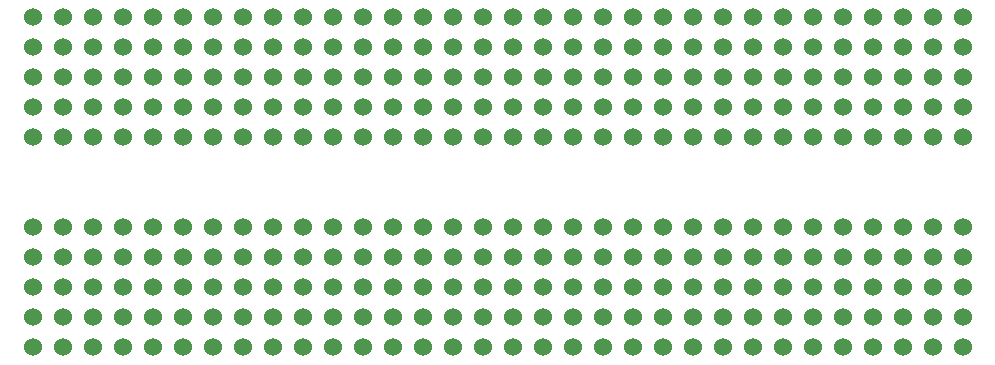
<source format=gbr>
%TF.GenerationSoftware,KiCad,Pcbnew,5.1.9-73d0e3b20d~88~ubuntu20.04.1*%
%TF.CreationDate,2021-01-27T17:21:08-06:00*%
%TF.ProjectId,ProtoPCBs,50726f74-6f50-4434-9273-2e6b69636164,rev?*%
%TF.SameCoordinates,Original*%
%TF.FileFunction,Copper,L2,Bot*%
%TF.FilePolarity,Positive*%
%FSLAX46Y46*%
G04 Gerber Fmt 4.6, Leading zero omitted, Abs format (unit mm)*
G04 Created by KiCad (PCBNEW 5.1.9-73d0e3b20d~88~ubuntu20.04.1) date 2021-01-27 17:21:08*
%MOMM*%
%LPD*%
G01*
G04 APERTURE LIST*
%TA.AperFunction,ComponentPad*%
%ADD10C,1.524000*%
%TD*%
G04 APERTURE END LIST*
D10*
%TO.P,REF\u002A\u002A,1*%
%TO.N,N/C*%
X152400000Y-83820000D03*
X152400000Y-93980000D03*
X162560000Y-86360000D03*
X215900000Y-83820000D03*
X223520000Y-91440000D03*
X223520000Y-93980000D03*
X220980000Y-91440000D03*
X220980000Y-93980000D03*
X187960000Y-93980000D03*
X187960000Y-88900000D03*
X185420000Y-83820000D03*
X175260000Y-93980000D03*
X195580000Y-91440000D03*
X200660000Y-88900000D03*
X215900000Y-91440000D03*
X220980000Y-88900000D03*
X223520000Y-88900000D03*
X203200000Y-88900000D03*
X165100000Y-86360000D03*
X172720000Y-88900000D03*
X210820000Y-88900000D03*
X182880000Y-83820000D03*
X190500000Y-91440000D03*
X152400000Y-86360000D03*
X172720000Y-86360000D03*
X172720000Y-93980000D03*
X193040000Y-86360000D03*
X193040000Y-93980000D03*
X180340000Y-91440000D03*
X180340000Y-93980000D03*
X165100000Y-83820000D03*
X180340000Y-86360000D03*
X154940000Y-93980000D03*
X157480000Y-88900000D03*
X218440000Y-91440000D03*
X218440000Y-88900000D03*
X218440000Y-86360000D03*
X231140000Y-93980000D03*
X220980000Y-86360000D03*
X226060000Y-88900000D03*
X185420000Y-88900000D03*
X172720000Y-91440000D03*
X190500000Y-86360000D03*
X215900000Y-93980000D03*
X213360000Y-88900000D03*
X223520000Y-86360000D03*
X213360000Y-91440000D03*
X231140000Y-86360000D03*
X218440000Y-93980000D03*
X208280000Y-93980000D03*
X177800000Y-86360000D03*
X167640000Y-91440000D03*
X190500000Y-93980000D03*
X182880000Y-91440000D03*
X182880000Y-93980000D03*
X177800000Y-93980000D03*
X162560000Y-88900000D03*
X228600000Y-86360000D03*
X226060000Y-86360000D03*
X223520000Y-83820000D03*
X231140000Y-91440000D03*
X226060000Y-93980000D03*
X226060000Y-91440000D03*
X208280000Y-83820000D03*
X195580000Y-88900000D03*
X160020000Y-88900000D03*
X167640000Y-83820000D03*
X175260000Y-83820000D03*
X177800000Y-91440000D03*
X177800000Y-88900000D03*
X187960000Y-91440000D03*
X180340000Y-83820000D03*
X175260000Y-91440000D03*
X160020000Y-91440000D03*
X180340000Y-88900000D03*
X187960000Y-83820000D03*
X195580000Y-93980000D03*
X193040000Y-88900000D03*
X160020000Y-93980000D03*
X203200000Y-86360000D03*
X193040000Y-91440000D03*
X210820000Y-86360000D03*
X175260000Y-88900000D03*
X190500000Y-83820000D03*
X167640000Y-93980000D03*
X167640000Y-88900000D03*
X231140000Y-88900000D03*
X213360000Y-86360000D03*
X213360000Y-93980000D03*
X228600000Y-93980000D03*
X228600000Y-83820000D03*
X215900000Y-88900000D03*
X162560000Y-83820000D03*
X198120000Y-93980000D03*
X195580000Y-83820000D03*
X170180000Y-91440000D03*
X231140000Y-83820000D03*
X215900000Y-86360000D03*
X228600000Y-91440000D03*
X220980000Y-83820000D03*
X218440000Y-83820000D03*
X160020000Y-83820000D03*
X175260000Y-86360000D03*
X154940000Y-91440000D03*
X165100000Y-91440000D03*
X203200000Y-91440000D03*
X203200000Y-93980000D03*
X200660000Y-91440000D03*
X200660000Y-93980000D03*
X208280000Y-86360000D03*
X226060000Y-83820000D03*
X182880000Y-86360000D03*
X185420000Y-86360000D03*
X205740000Y-86360000D03*
X203200000Y-83820000D03*
X210820000Y-91440000D03*
X205740000Y-93980000D03*
X205740000Y-91440000D03*
X172720000Y-83820000D03*
X187960000Y-86360000D03*
X185420000Y-93980000D03*
X157480000Y-83820000D03*
X198120000Y-91440000D03*
X198120000Y-88900000D03*
X198120000Y-86360000D03*
X210820000Y-93980000D03*
X154940000Y-88900000D03*
X170180000Y-83820000D03*
X152400000Y-91440000D03*
X170180000Y-86360000D03*
X200660000Y-86360000D03*
X205740000Y-88900000D03*
X190500000Y-88900000D03*
X167640000Y-86360000D03*
X213360000Y-83820000D03*
X228600000Y-88900000D03*
X210820000Y-83820000D03*
X195580000Y-86360000D03*
X208280000Y-91440000D03*
X200660000Y-83820000D03*
X182880000Y-88900000D03*
X165100000Y-93980000D03*
X165100000Y-88900000D03*
X154940000Y-86360000D03*
X157480000Y-93980000D03*
X170180000Y-93980000D03*
X198120000Y-83820000D03*
X193040000Y-83820000D03*
X208280000Y-88900000D03*
X205740000Y-83820000D03*
X170180000Y-88900000D03*
X185420000Y-91440000D03*
X177800000Y-83820000D03*
X162560000Y-93980000D03*
X152400000Y-88900000D03*
X157480000Y-86360000D03*
X160020000Y-86360000D03*
X154940000Y-83820000D03*
X157480000Y-91440000D03*
X162560000Y-91440000D03*
X215900000Y-73660000D03*
X220980000Y-71120000D03*
X223520000Y-71120000D03*
X231140000Y-71120000D03*
X213360000Y-68580000D03*
X213360000Y-76200000D03*
X228600000Y-76200000D03*
X228600000Y-66040000D03*
X215900000Y-71120000D03*
X215900000Y-76200000D03*
X213360000Y-71120000D03*
X223520000Y-68580000D03*
X213360000Y-73660000D03*
X231140000Y-68580000D03*
X218440000Y-76200000D03*
X215900000Y-66040000D03*
X223520000Y-73660000D03*
X223520000Y-76200000D03*
X220980000Y-73660000D03*
X220980000Y-76200000D03*
X228600000Y-68580000D03*
X226060000Y-68580000D03*
X223520000Y-66040000D03*
X231140000Y-73660000D03*
X226060000Y-76200000D03*
X226060000Y-73660000D03*
X218440000Y-73660000D03*
X218440000Y-71120000D03*
X218440000Y-68580000D03*
X231140000Y-76200000D03*
X220980000Y-68580000D03*
X226060000Y-71120000D03*
X231140000Y-66040000D03*
X215900000Y-68580000D03*
X228600000Y-73660000D03*
X220980000Y-66040000D03*
X218440000Y-66040000D03*
X213360000Y-66040000D03*
X228600000Y-71120000D03*
X226060000Y-66040000D03*
X208280000Y-76200000D03*
X208280000Y-71120000D03*
X205740000Y-66040000D03*
X195580000Y-76200000D03*
X193040000Y-71120000D03*
X203200000Y-66040000D03*
X210820000Y-73660000D03*
X193040000Y-68580000D03*
X193040000Y-76200000D03*
X200660000Y-73660000D03*
X200660000Y-76200000D03*
X200660000Y-68580000D03*
X205740000Y-71120000D03*
X193040000Y-73660000D03*
X210820000Y-68580000D03*
X198120000Y-68580000D03*
X210820000Y-76200000D03*
X203200000Y-73660000D03*
X203200000Y-76200000D03*
X198120000Y-76200000D03*
X195580000Y-66040000D03*
X198120000Y-73660000D03*
X198120000Y-71120000D03*
X208280000Y-73660000D03*
X200660000Y-66040000D03*
X195580000Y-73660000D03*
X200660000Y-71120000D03*
X208280000Y-66040000D03*
X195580000Y-71120000D03*
X210820000Y-66040000D03*
X195580000Y-68580000D03*
X203200000Y-68580000D03*
X205740000Y-68580000D03*
X193040000Y-66040000D03*
X208280000Y-68580000D03*
X205740000Y-76200000D03*
X210820000Y-71120000D03*
X203200000Y-71120000D03*
X205740000Y-73660000D03*
X198120000Y-66040000D03*
X172720000Y-66040000D03*
X172720000Y-76200000D03*
X182880000Y-68580000D03*
X185420000Y-68580000D03*
X172720000Y-68580000D03*
X185420000Y-66040000D03*
X175260000Y-76200000D03*
X177800000Y-71120000D03*
X187960000Y-73660000D03*
X182880000Y-71120000D03*
X180340000Y-71120000D03*
X187960000Y-66040000D03*
X180340000Y-73660000D03*
X180340000Y-76200000D03*
X187960000Y-76200000D03*
X187960000Y-71120000D03*
X182880000Y-66040000D03*
X190500000Y-73660000D03*
X180340000Y-66040000D03*
X175260000Y-73660000D03*
X185420000Y-73660000D03*
X177800000Y-66040000D03*
X175260000Y-71120000D03*
X190500000Y-66040000D03*
X172720000Y-73660000D03*
X190500000Y-68580000D03*
X187960000Y-68580000D03*
X185420000Y-76200000D03*
X185420000Y-71120000D03*
X175260000Y-68580000D03*
X177800000Y-76200000D03*
X190500000Y-76200000D03*
X190500000Y-71120000D03*
X182880000Y-76200000D03*
X172720000Y-71120000D03*
X177800000Y-68580000D03*
X180340000Y-68580000D03*
X175260000Y-66040000D03*
X177800000Y-73660000D03*
X182880000Y-73660000D03*
X170180000Y-73660000D03*
X170180000Y-66040000D03*
X170180000Y-76200000D03*
X170180000Y-71120000D03*
X170180000Y-68580000D03*
X167640000Y-68580000D03*
X167640000Y-66040000D03*
X167640000Y-73660000D03*
X167640000Y-76200000D03*
X167640000Y-71120000D03*
X165100000Y-68580000D03*
X165100000Y-71120000D03*
X165100000Y-66040000D03*
X165100000Y-76200000D03*
X165100000Y-73660000D03*
X162560000Y-71120000D03*
X162560000Y-73660000D03*
X162560000Y-76200000D03*
X162560000Y-66040000D03*
X162560000Y-68580000D03*
X160020000Y-71120000D03*
X160020000Y-66040000D03*
X160020000Y-76200000D03*
X160020000Y-68580000D03*
X160020000Y-73660000D03*
X157480000Y-76200000D03*
X157480000Y-73660000D03*
X157480000Y-71120000D03*
X157480000Y-68580000D03*
X157480000Y-66040000D03*
X154940000Y-66040000D03*
X154940000Y-76200000D03*
X154940000Y-68580000D03*
X154940000Y-73660000D03*
X154940000Y-71120000D03*
X152400000Y-76200000D03*
X152400000Y-73660000D03*
X152400000Y-71120000D03*
X152400000Y-68580000D03*
X152400000Y-66040000D03*
%TD*%
M02*

</source>
